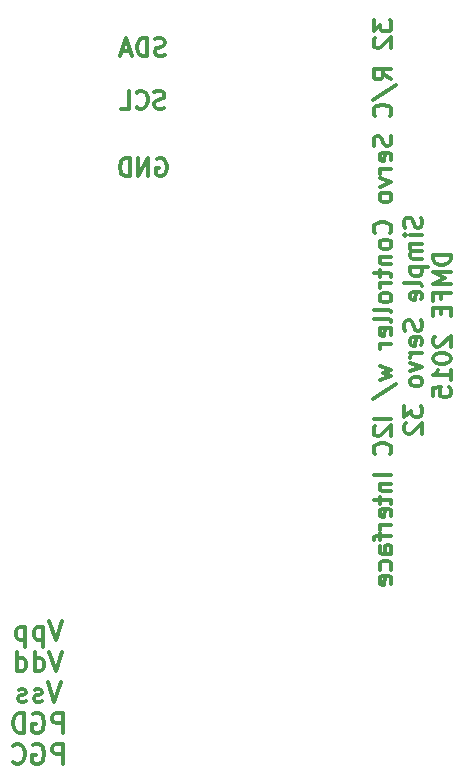
<source format=gbo>
G04 #@! TF.FileFunction,Legend,Bot*
%FSLAX46Y46*%
G04 Gerber Fmt 4.6, Leading zero omitted, Abs format (unit mm)*
G04 Created by KiCad (PCBNEW (2015-10-14 BZR 6269)-product) date Thursday, October 22, 2015 'PMt' 03:29:46 PM*
%MOMM*%
G01*
G04 APERTURE LIST*
%ADD10C,0.100000*%
%ADD11C,0.300000*%
%ADD12C,1.501140*%
%ADD13R,2.032000X1.727200*%
%ADD14O,2.032000X1.727200*%
%ADD15R,2.540000X2.540000*%
%ADD16C,2.540000*%
%ADD17O,2.300000X1.600000*%
G04 APERTURE END LIST*
D10*
D11*
X167453571Y-80211431D02*
X167453571Y-81140002D01*
X168025000Y-80640002D01*
X168025000Y-80854288D01*
X168096429Y-80997145D01*
X168167857Y-81068574D01*
X168310714Y-81140002D01*
X168667857Y-81140002D01*
X168810714Y-81068574D01*
X168882143Y-80997145D01*
X168953571Y-80854288D01*
X168953571Y-80425716D01*
X168882143Y-80282859D01*
X168810714Y-80211431D01*
X167596429Y-81711430D02*
X167525000Y-81782859D01*
X167453571Y-81925716D01*
X167453571Y-82282859D01*
X167525000Y-82425716D01*
X167596429Y-82497145D01*
X167739286Y-82568573D01*
X167882143Y-82568573D01*
X168096429Y-82497145D01*
X168953571Y-81640002D01*
X168953571Y-82568573D01*
X168953571Y-85211430D02*
X168239286Y-84711430D01*
X168953571Y-84354287D02*
X167453571Y-84354287D01*
X167453571Y-84925715D01*
X167525000Y-85068573D01*
X167596429Y-85140001D01*
X167739286Y-85211430D01*
X167953571Y-85211430D01*
X168096429Y-85140001D01*
X168167857Y-85068573D01*
X168239286Y-84925715D01*
X168239286Y-84354287D01*
X167382143Y-86925715D02*
X169310714Y-85640001D01*
X168810714Y-88282859D02*
X168882143Y-88211430D01*
X168953571Y-87997144D01*
X168953571Y-87854287D01*
X168882143Y-87640002D01*
X168739286Y-87497144D01*
X168596429Y-87425716D01*
X168310714Y-87354287D01*
X168096429Y-87354287D01*
X167810714Y-87425716D01*
X167667857Y-87497144D01*
X167525000Y-87640002D01*
X167453571Y-87854287D01*
X167453571Y-87997144D01*
X167525000Y-88211430D01*
X167596429Y-88282859D01*
X168882143Y-89997144D02*
X168953571Y-90211430D01*
X168953571Y-90568573D01*
X168882143Y-90711430D01*
X168810714Y-90782859D01*
X168667857Y-90854287D01*
X168525000Y-90854287D01*
X168382143Y-90782859D01*
X168310714Y-90711430D01*
X168239286Y-90568573D01*
X168167857Y-90282859D01*
X168096429Y-90140001D01*
X168025000Y-90068573D01*
X167882143Y-89997144D01*
X167739286Y-89997144D01*
X167596429Y-90068573D01*
X167525000Y-90140001D01*
X167453571Y-90282859D01*
X167453571Y-90640001D01*
X167525000Y-90854287D01*
X168882143Y-92068572D02*
X168953571Y-91925715D01*
X168953571Y-91640001D01*
X168882143Y-91497144D01*
X168739286Y-91425715D01*
X168167857Y-91425715D01*
X168025000Y-91497144D01*
X167953571Y-91640001D01*
X167953571Y-91925715D01*
X168025000Y-92068572D01*
X168167857Y-92140001D01*
X168310714Y-92140001D01*
X168453571Y-91425715D01*
X168953571Y-92782858D02*
X167953571Y-92782858D01*
X168239286Y-92782858D02*
X168096429Y-92854286D01*
X168025000Y-92925715D01*
X167953571Y-93068572D01*
X167953571Y-93211429D01*
X167953571Y-93568572D02*
X168953571Y-93925715D01*
X167953571Y-94282857D01*
X168953571Y-95068572D02*
X168882143Y-94925714D01*
X168810714Y-94854286D01*
X168667857Y-94782857D01*
X168239286Y-94782857D01*
X168096429Y-94854286D01*
X168025000Y-94925714D01*
X167953571Y-95068572D01*
X167953571Y-95282857D01*
X168025000Y-95425714D01*
X168096429Y-95497143D01*
X168239286Y-95568572D01*
X168667857Y-95568572D01*
X168810714Y-95497143D01*
X168882143Y-95425714D01*
X168953571Y-95282857D01*
X168953571Y-95068572D01*
X168810714Y-98211429D02*
X168882143Y-98140000D01*
X168953571Y-97925714D01*
X168953571Y-97782857D01*
X168882143Y-97568572D01*
X168739286Y-97425714D01*
X168596429Y-97354286D01*
X168310714Y-97282857D01*
X168096429Y-97282857D01*
X167810714Y-97354286D01*
X167667857Y-97425714D01*
X167525000Y-97568572D01*
X167453571Y-97782857D01*
X167453571Y-97925714D01*
X167525000Y-98140000D01*
X167596429Y-98211429D01*
X168953571Y-99068572D02*
X168882143Y-98925714D01*
X168810714Y-98854286D01*
X168667857Y-98782857D01*
X168239286Y-98782857D01*
X168096429Y-98854286D01*
X168025000Y-98925714D01*
X167953571Y-99068572D01*
X167953571Y-99282857D01*
X168025000Y-99425714D01*
X168096429Y-99497143D01*
X168239286Y-99568572D01*
X168667857Y-99568572D01*
X168810714Y-99497143D01*
X168882143Y-99425714D01*
X168953571Y-99282857D01*
X168953571Y-99068572D01*
X167953571Y-100211429D02*
X168953571Y-100211429D01*
X168096429Y-100211429D02*
X168025000Y-100282857D01*
X167953571Y-100425715D01*
X167953571Y-100640000D01*
X168025000Y-100782857D01*
X168167857Y-100854286D01*
X168953571Y-100854286D01*
X167953571Y-101354286D02*
X167953571Y-101925715D01*
X167453571Y-101568572D02*
X168739286Y-101568572D01*
X168882143Y-101640000D01*
X168953571Y-101782858D01*
X168953571Y-101925715D01*
X168953571Y-102425715D02*
X167953571Y-102425715D01*
X168239286Y-102425715D02*
X168096429Y-102497143D01*
X168025000Y-102568572D01*
X167953571Y-102711429D01*
X167953571Y-102854286D01*
X168953571Y-103568572D02*
X168882143Y-103425714D01*
X168810714Y-103354286D01*
X168667857Y-103282857D01*
X168239286Y-103282857D01*
X168096429Y-103354286D01*
X168025000Y-103425714D01*
X167953571Y-103568572D01*
X167953571Y-103782857D01*
X168025000Y-103925714D01*
X168096429Y-103997143D01*
X168239286Y-104068572D01*
X168667857Y-104068572D01*
X168810714Y-103997143D01*
X168882143Y-103925714D01*
X168953571Y-103782857D01*
X168953571Y-103568572D01*
X168953571Y-104925715D02*
X168882143Y-104782857D01*
X168739286Y-104711429D01*
X167453571Y-104711429D01*
X168953571Y-105711429D02*
X168882143Y-105568571D01*
X168739286Y-105497143D01*
X167453571Y-105497143D01*
X168882143Y-106854285D02*
X168953571Y-106711428D01*
X168953571Y-106425714D01*
X168882143Y-106282857D01*
X168739286Y-106211428D01*
X168167857Y-106211428D01*
X168025000Y-106282857D01*
X167953571Y-106425714D01*
X167953571Y-106711428D01*
X168025000Y-106854285D01*
X168167857Y-106925714D01*
X168310714Y-106925714D01*
X168453571Y-106211428D01*
X168953571Y-107568571D02*
X167953571Y-107568571D01*
X168239286Y-107568571D02*
X168096429Y-107639999D01*
X168025000Y-107711428D01*
X167953571Y-107854285D01*
X167953571Y-107997142D01*
X167953571Y-109497142D02*
X168953571Y-109782856D01*
X168239286Y-110068570D01*
X168953571Y-110354285D01*
X167953571Y-110639999D01*
X167382143Y-112282856D02*
X169310714Y-110997142D01*
X168953571Y-113925714D02*
X167453571Y-113925714D01*
X167596429Y-114568571D02*
X167525000Y-114640000D01*
X167453571Y-114782857D01*
X167453571Y-115140000D01*
X167525000Y-115282857D01*
X167596429Y-115354286D01*
X167739286Y-115425714D01*
X167882143Y-115425714D01*
X168096429Y-115354286D01*
X168953571Y-114497143D01*
X168953571Y-115425714D01*
X168810714Y-116925714D02*
X168882143Y-116854285D01*
X168953571Y-116639999D01*
X168953571Y-116497142D01*
X168882143Y-116282857D01*
X168739286Y-116139999D01*
X168596429Y-116068571D01*
X168310714Y-115997142D01*
X168096429Y-115997142D01*
X167810714Y-116068571D01*
X167667857Y-116139999D01*
X167525000Y-116282857D01*
X167453571Y-116497142D01*
X167453571Y-116639999D01*
X167525000Y-116854285D01*
X167596429Y-116925714D01*
X168953571Y-118711428D02*
X167453571Y-118711428D01*
X167953571Y-119425714D02*
X168953571Y-119425714D01*
X168096429Y-119425714D02*
X168025000Y-119497142D01*
X167953571Y-119640000D01*
X167953571Y-119854285D01*
X168025000Y-119997142D01*
X168167857Y-120068571D01*
X168953571Y-120068571D01*
X167953571Y-120568571D02*
X167953571Y-121140000D01*
X167453571Y-120782857D02*
X168739286Y-120782857D01*
X168882143Y-120854285D01*
X168953571Y-120997143D01*
X168953571Y-121140000D01*
X168882143Y-122211428D02*
X168953571Y-122068571D01*
X168953571Y-121782857D01*
X168882143Y-121640000D01*
X168739286Y-121568571D01*
X168167857Y-121568571D01*
X168025000Y-121640000D01*
X167953571Y-121782857D01*
X167953571Y-122068571D01*
X168025000Y-122211428D01*
X168167857Y-122282857D01*
X168310714Y-122282857D01*
X168453571Y-121568571D01*
X168953571Y-122925714D02*
X167953571Y-122925714D01*
X168239286Y-122925714D02*
X168096429Y-122997142D01*
X168025000Y-123068571D01*
X167953571Y-123211428D01*
X167953571Y-123354285D01*
X167953571Y-123639999D02*
X167953571Y-124211428D01*
X168953571Y-123854285D02*
X167667857Y-123854285D01*
X167525000Y-123925713D01*
X167453571Y-124068571D01*
X167453571Y-124211428D01*
X168953571Y-125354285D02*
X168167857Y-125354285D01*
X168025000Y-125282856D01*
X167953571Y-125139999D01*
X167953571Y-124854285D01*
X168025000Y-124711428D01*
X168882143Y-125354285D02*
X168953571Y-125211428D01*
X168953571Y-124854285D01*
X168882143Y-124711428D01*
X168739286Y-124639999D01*
X168596429Y-124639999D01*
X168453571Y-124711428D01*
X168382143Y-124854285D01*
X168382143Y-125211428D01*
X168310714Y-125354285D01*
X168882143Y-126711428D02*
X168953571Y-126568571D01*
X168953571Y-126282857D01*
X168882143Y-126139999D01*
X168810714Y-126068571D01*
X168667857Y-125997142D01*
X168239286Y-125997142D01*
X168096429Y-126068571D01*
X168025000Y-126139999D01*
X167953571Y-126282857D01*
X167953571Y-126568571D01*
X168025000Y-126711428D01*
X168882143Y-127925713D02*
X168953571Y-127782856D01*
X168953571Y-127497142D01*
X168882143Y-127354285D01*
X168739286Y-127282856D01*
X168167857Y-127282856D01*
X168025000Y-127354285D01*
X167953571Y-127497142D01*
X167953571Y-127782856D01*
X168025000Y-127925713D01*
X168167857Y-127997142D01*
X168310714Y-127997142D01*
X168453571Y-127282856D01*
X141109095Y-131033081D02*
X140558762Y-132684081D01*
X140008428Y-131033081D01*
X139458095Y-131583414D02*
X139458095Y-133234414D01*
X139458095Y-131662033D02*
X139300857Y-131583414D01*
X138986380Y-131583414D01*
X138829142Y-131662033D01*
X138750523Y-131740652D01*
X138671904Y-131897890D01*
X138671904Y-132369605D01*
X138750523Y-132526843D01*
X138829142Y-132605462D01*
X138986380Y-132684081D01*
X139300857Y-132684081D01*
X139458095Y-132605462D01*
X137964333Y-131583414D02*
X137964333Y-133234414D01*
X137964333Y-131662033D02*
X137807095Y-131583414D01*
X137492618Y-131583414D01*
X137335380Y-131662033D01*
X137256761Y-131740652D01*
X137178142Y-131897890D01*
X137178142Y-132369605D01*
X137256761Y-132526843D01*
X137335380Y-132605462D01*
X137492618Y-132684081D01*
X137807095Y-132684081D01*
X137964333Y-132605462D01*
X141109095Y-133644481D02*
X140558762Y-135295481D01*
X140008428Y-133644481D01*
X138750523Y-135295481D02*
X138750523Y-133644481D01*
X138750523Y-135216862D02*
X138907761Y-135295481D01*
X139222238Y-135295481D01*
X139379476Y-135216862D01*
X139458095Y-135138243D01*
X139536714Y-134981005D01*
X139536714Y-134509290D01*
X139458095Y-134352052D01*
X139379476Y-134273433D01*
X139222238Y-134194814D01*
X138907761Y-134194814D01*
X138750523Y-134273433D01*
X137256761Y-135295481D02*
X137256761Y-133644481D01*
X137256761Y-135216862D02*
X137413999Y-135295481D01*
X137728476Y-135295481D01*
X137885714Y-135216862D01*
X137964333Y-135138243D01*
X138042952Y-134981005D01*
X138042952Y-134509290D01*
X137964333Y-134352052D01*
X137885714Y-134273433D01*
X137728476Y-134194814D01*
X137413999Y-134194814D01*
X137256761Y-134273433D01*
X140951857Y-136255881D02*
X140401524Y-137906881D01*
X139851190Y-136255881D01*
X139379476Y-137828262D02*
X139222238Y-137906881D01*
X138907762Y-137906881D01*
X138750523Y-137828262D01*
X138671904Y-137671024D01*
X138671904Y-137592405D01*
X138750523Y-137435167D01*
X138907762Y-137356548D01*
X139143619Y-137356548D01*
X139300857Y-137277929D01*
X139379476Y-137120690D01*
X139379476Y-137042071D01*
X139300857Y-136884833D01*
X139143619Y-136806214D01*
X138907762Y-136806214D01*
X138750523Y-136884833D01*
X138042952Y-137828262D02*
X137885714Y-137906881D01*
X137571238Y-137906881D01*
X137413999Y-137828262D01*
X137335380Y-137671024D01*
X137335380Y-137592405D01*
X137413999Y-137435167D01*
X137571238Y-137356548D01*
X137807095Y-137356548D01*
X137964333Y-137277929D01*
X138042952Y-137120690D01*
X138042952Y-137042071D01*
X137964333Y-136884833D01*
X137807095Y-136806214D01*
X137571238Y-136806214D01*
X137413999Y-136884833D01*
X141148405Y-140518281D02*
X141148405Y-138867281D01*
X140519452Y-138867281D01*
X140362214Y-138945900D01*
X140283595Y-139024519D01*
X140204976Y-139181757D01*
X140204976Y-139417614D01*
X140283595Y-139574852D01*
X140362214Y-139653471D01*
X140519452Y-139732090D01*
X141148405Y-139732090D01*
X138632595Y-138945900D02*
X138789833Y-138867281D01*
X139025690Y-138867281D01*
X139261548Y-138945900D01*
X139418786Y-139103138D01*
X139497405Y-139260376D01*
X139576024Y-139574852D01*
X139576024Y-139810710D01*
X139497405Y-140125186D01*
X139418786Y-140282424D01*
X139261548Y-140439662D01*
X139025690Y-140518281D01*
X138868452Y-140518281D01*
X138632595Y-140439662D01*
X138553976Y-140361043D01*
X138553976Y-139810710D01*
X138868452Y-139810710D01*
X137846405Y-140518281D02*
X137846405Y-138867281D01*
X137453310Y-138867281D01*
X137217452Y-138945900D01*
X137060214Y-139103138D01*
X136981595Y-139260376D01*
X136902976Y-139574852D01*
X136902976Y-139810710D01*
X136981595Y-140125186D01*
X137060214Y-140282424D01*
X137217452Y-140439662D01*
X137453310Y-140518281D01*
X137846405Y-140518281D01*
X141148405Y-143129681D02*
X141148405Y-141478681D01*
X140519452Y-141478681D01*
X140362214Y-141557300D01*
X140283595Y-141635919D01*
X140204976Y-141793157D01*
X140204976Y-142029014D01*
X140283595Y-142186252D01*
X140362214Y-142264871D01*
X140519452Y-142343490D01*
X141148405Y-142343490D01*
X138632595Y-141557300D02*
X138789833Y-141478681D01*
X139025690Y-141478681D01*
X139261548Y-141557300D01*
X139418786Y-141714538D01*
X139497405Y-141871776D01*
X139576024Y-142186252D01*
X139576024Y-142422110D01*
X139497405Y-142736586D01*
X139418786Y-142893824D01*
X139261548Y-143051062D01*
X139025690Y-143129681D01*
X138868452Y-143129681D01*
X138632595Y-143051062D01*
X138553976Y-142972443D01*
X138553976Y-142422110D01*
X138868452Y-142422110D01*
X136902976Y-142972443D02*
X136981595Y-143051062D01*
X137217452Y-143129681D01*
X137374690Y-143129681D01*
X137610548Y-143051062D01*
X137767786Y-142893824D01*
X137846405Y-142736586D01*
X137925024Y-142422110D01*
X137925024Y-142186252D01*
X137846405Y-141871776D01*
X137767786Y-141714538D01*
X137610548Y-141557300D01*
X137374690Y-141478681D01*
X137217452Y-141478681D01*
X136981595Y-141557300D01*
X136902976Y-141635919D01*
X149097857Y-91960000D02*
X149240714Y-91888571D01*
X149455000Y-91888571D01*
X149669285Y-91960000D01*
X149812143Y-92102857D01*
X149883571Y-92245714D01*
X149955000Y-92531429D01*
X149955000Y-92745714D01*
X149883571Y-93031429D01*
X149812143Y-93174286D01*
X149669285Y-93317143D01*
X149455000Y-93388571D01*
X149312143Y-93388571D01*
X149097857Y-93317143D01*
X149026428Y-93245714D01*
X149026428Y-92745714D01*
X149312143Y-92745714D01*
X148383571Y-93388571D02*
X148383571Y-91888571D01*
X147526428Y-93388571D01*
X147526428Y-91888571D01*
X146812142Y-93388571D02*
X146812142Y-91888571D01*
X146454999Y-91888571D01*
X146240714Y-91960000D01*
X146097856Y-92102857D01*
X146026428Y-92245714D01*
X145954999Y-92531429D01*
X145954999Y-92745714D01*
X146026428Y-93031429D01*
X146097856Y-93174286D01*
X146240714Y-93317143D01*
X146454999Y-93388571D01*
X146812142Y-93388571D01*
X149740714Y-87602143D02*
X149526428Y-87673571D01*
X149169285Y-87673571D01*
X149026428Y-87602143D01*
X148954999Y-87530714D01*
X148883571Y-87387857D01*
X148883571Y-87245000D01*
X148954999Y-87102143D01*
X149026428Y-87030714D01*
X149169285Y-86959286D01*
X149454999Y-86887857D01*
X149597857Y-86816429D01*
X149669285Y-86745000D01*
X149740714Y-86602143D01*
X149740714Y-86459286D01*
X149669285Y-86316429D01*
X149597857Y-86245000D01*
X149454999Y-86173571D01*
X149097857Y-86173571D01*
X148883571Y-86245000D01*
X147383571Y-87530714D02*
X147455000Y-87602143D01*
X147669286Y-87673571D01*
X147812143Y-87673571D01*
X148026428Y-87602143D01*
X148169286Y-87459286D01*
X148240714Y-87316429D01*
X148312143Y-87030714D01*
X148312143Y-86816429D01*
X148240714Y-86530714D01*
X148169286Y-86387857D01*
X148026428Y-86245000D01*
X147812143Y-86173571D01*
X147669286Y-86173571D01*
X147455000Y-86245000D01*
X147383571Y-86316429D01*
X146026428Y-87673571D02*
X146740714Y-87673571D01*
X146740714Y-86173571D01*
X149776428Y-83157143D02*
X149562142Y-83228571D01*
X149204999Y-83228571D01*
X149062142Y-83157143D01*
X148990713Y-83085714D01*
X148919285Y-82942857D01*
X148919285Y-82800000D01*
X148990713Y-82657143D01*
X149062142Y-82585714D01*
X149204999Y-82514286D01*
X149490713Y-82442857D01*
X149633571Y-82371429D01*
X149704999Y-82300000D01*
X149776428Y-82157143D01*
X149776428Y-82014286D01*
X149704999Y-81871429D01*
X149633571Y-81800000D01*
X149490713Y-81728571D01*
X149133571Y-81728571D01*
X148919285Y-81800000D01*
X148276428Y-83228571D02*
X148276428Y-81728571D01*
X147919285Y-81728571D01*
X147705000Y-81800000D01*
X147562142Y-81942857D01*
X147490714Y-82085714D01*
X147419285Y-82371429D01*
X147419285Y-82585714D01*
X147490714Y-82871429D01*
X147562142Y-83014286D01*
X147705000Y-83157143D01*
X147919285Y-83228571D01*
X148276428Y-83228571D01*
X146847857Y-82800000D02*
X146133571Y-82800000D01*
X146990714Y-83228571D02*
X146490714Y-81728571D01*
X145990714Y-83228571D01*
X171492143Y-96902144D02*
X171563571Y-97116430D01*
X171563571Y-97473573D01*
X171492143Y-97616430D01*
X171420714Y-97687859D01*
X171277857Y-97759287D01*
X171135000Y-97759287D01*
X170992143Y-97687859D01*
X170920714Y-97616430D01*
X170849286Y-97473573D01*
X170777857Y-97187859D01*
X170706429Y-97045001D01*
X170635000Y-96973573D01*
X170492143Y-96902144D01*
X170349286Y-96902144D01*
X170206429Y-96973573D01*
X170135000Y-97045001D01*
X170063571Y-97187859D01*
X170063571Y-97545001D01*
X170135000Y-97759287D01*
X171563571Y-98402144D02*
X170563571Y-98402144D01*
X170063571Y-98402144D02*
X170135000Y-98330715D01*
X170206429Y-98402144D01*
X170135000Y-98473572D01*
X170063571Y-98402144D01*
X170206429Y-98402144D01*
X171563571Y-99116430D02*
X170563571Y-99116430D01*
X170706429Y-99116430D02*
X170635000Y-99187858D01*
X170563571Y-99330716D01*
X170563571Y-99545001D01*
X170635000Y-99687858D01*
X170777857Y-99759287D01*
X171563571Y-99759287D01*
X170777857Y-99759287D02*
X170635000Y-99830716D01*
X170563571Y-99973573D01*
X170563571Y-100187858D01*
X170635000Y-100330716D01*
X170777857Y-100402144D01*
X171563571Y-100402144D01*
X170563571Y-101116430D02*
X172063571Y-101116430D01*
X170635000Y-101116430D02*
X170563571Y-101259287D01*
X170563571Y-101545001D01*
X170635000Y-101687858D01*
X170706429Y-101759287D01*
X170849286Y-101830716D01*
X171277857Y-101830716D01*
X171420714Y-101759287D01*
X171492143Y-101687858D01*
X171563571Y-101545001D01*
X171563571Y-101259287D01*
X171492143Y-101116430D01*
X171563571Y-102687859D02*
X171492143Y-102545001D01*
X171349286Y-102473573D01*
X170063571Y-102473573D01*
X171492143Y-103830715D02*
X171563571Y-103687858D01*
X171563571Y-103402144D01*
X171492143Y-103259287D01*
X171349286Y-103187858D01*
X170777857Y-103187858D01*
X170635000Y-103259287D01*
X170563571Y-103402144D01*
X170563571Y-103687858D01*
X170635000Y-103830715D01*
X170777857Y-103902144D01*
X170920714Y-103902144D01*
X171063571Y-103187858D01*
X171492143Y-105616429D02*
X171563571Y-105830715D01*
X171563571Y-106187858D01*
X171492143Y-106330715D01*
X171420714Y-106402144D01*
X171277857Y-106473572D01*
X171135000Y-106473572D01*
X170992143Y-106402144D01*
X170920714Y-106330715D01*
X170849286Y-106187858D01*
X170777857Y-105902144D01*
X170706429Y-105759286D01*
X170635000Y-105687858D01*
X170492143Y-105616429D01*
X170349286Y-105616429D01*
X170206429Y-105687858D01*
X170135000Y-105759286D01*
X170063571Y-105902144D01*
X170063571Y-106259286D01*
X170135000Y-106473572D01*
X171492143Y-107687857D02*
X171563571Y-107545000D01*
X171563571Y-107259286D01*
X171492143Y-107116429D01*
X171349286Y-107045000D01*
X170777857Y-107045000D01*
X170635000Y-107116429D01*
X170563571Y-107259286D01*
X170563571Y-107545000D01*
X170635000Y-107687857D01*
X170777857Y-107759286D01*
X170920714Y-107759286D01*
X171063571Y-107045000D01*
X171563571Y-108402143D02*
X170563571Y-108402143D01*
X170849286Y-108402143D02*
X170706429Y-108473571D01*
X170635000Y-108545000D01*
X170563571Y-108687857D01*
X170563571Y-108830714D01*
X170563571Y-109187857D02*
X171563571Y-109545000D01*
X170563571Y-109902142D01*
X171563571Y-110687857D02*
X171492143Y-110544999D01*
X171420714Y-110473571D01*
X171277857Y-110402142D01*
X170849286Y-110402142D01*
X170706429Y-110473571D01*
X170635000Y-110544999D01*
X170563571Y-110687857D01*
X170563571Y-110902142D01*
X170635000Y-111044999D01*
X170706429Y-111116428D01*
X170849286Y-111187857D01*
X171277857Y-111187857D01*
X171420714Y-111116428D01*
X171492143Y-111044999D01*
X171563571Y-110902142D01*
X171563571Y-110687857D01*
X170063571Y-112830714D02*
X170063571Y-113759285D01*
X170635000Y-113259285D01*
X170635000Y-113473571D01*
X170706429Y-113616428D01*
X170777857Y-113687857D01*
X170920714Y-113759285D01*
X171277857Y-113759285D01*
X171420714Y-113687857D01*
X171492143Y-113616428D01*
X171563571Y-113473571D01*
X171563571Y-113044999D01*
X171492143Y-112902142D01*
X171420714Y-112830714D01*
X170206429Y-114330713D02*
X170135000Y-114402142D01*
X170063571Y-114544999D01*
X170063571Y-114902142D01*
X170135000Y-115044999D01*
X170206429Y-115116428D01*
X170349286Y-115187856D01*
X170492143Y-115187856D01*
X170706429Y-115116428D01*
X171563571Y-114259285D01*
X171563571Y-115187856D01*
X173963571Y-100045001D02*
X172463571Y-100045001D01*
X172463571Y-100402144D01*
X172535000Y-100616429D01*
X172677857Y-100759287D01*
X172820714Y-100830715D01*
X173106429Y-100902144D01*
X173320714Y-100902144D01*
X173606429Y-100830715D01*
X173749286Y-100759287D01*
X173892143Y-100616429D01*
X173963571Y-100402144D01*
X173963571Y-100045001D01*
X173963571Y-101545001D02*
X172463571Y-101545001D01*
X173535000Y-102045001D01*
X172463571Y-102545001D01*
X173963571Y-102545001D01*
X173177857Y-103759287D02*
X173177857Y-103259287D01*
X173963571Y-103259287D02*
X172463571Y-103259287D01*
X172463571Y-103973573D01*
X173177857Y-104545001D02*
X173177857Y-105045001D01*
X173963571Y-105259287D02*
X173963571Y-104545001D01*
X172463571Y-104545001D01*
X172463571Y-105259287D01*
X172606429Y-106973572D02*
X172535000Y-107045001D01*
X172463571Y-107187858D01*
X172463571Y-107545001D01*
X172535000Y-107687858D01*
X172606429Y-107759287D01*
X172749286Y-107830715D01*
X172892143Y-107830715D01*
X173106429Y-107759287D01*
X173963571Y-106902144D01*
X173963571Y-107830715D01*
X172463571Y-108759286D02*
X172463571Y-108902143D01*
X172535000Y-109045000D01*
X172606429Y-109116429D01*
X172749286Y-109187858D01*
X173035000Y-109259286D01*
X173392143Y-109259286D01*
X173677857Y-109187858D01*
X173820714Y-109116429D01*
X173892143Y-109045000D01*
X173963571Y-108902143D01*
X173963571Y-108759286D01*
X173892143Y-108616429D01*
X173820714Y-108545000D01*
X173677857Y-108473572D01*
X173392143Y-108402143D01*
X173035000Y-108402143D01*
X172749286Y-108473572D01*
X172606429Y-108545000D01*
X172535000Y-108616429D01*
X172463571Y-108759286D01*
X173963571Y-110687857D02*
X173963571Y-109830714D01*
X173963571Y-110259286D02*
X172463571Y-110259286D01*
X172677857Y-110116429D01*
X172820714Y-109973571D01*
X172892143Y-109830714D01*
X172463571Y-112045000D02*
X172463571Y-111330714D01*
X173177857Y-111259285D01*
X173106429Y-111330714D01*
X173035000Y-111473571D01*
X173035000Y-111830714D01*
X173106429Y-111973571D01*
X173177857Y-112045000D01*
X173320714Y-112116428D01*
X173677857Y-112116428D01*
X173820714Y-112045000D01*
X173892143Y-111973571D01*
X173963571Y-111830714D01*
X173963571Y-111473571D01*
X173892143Y-111330714D01*
X173820714Y-111259285D01*
%LPC*%
D12*
X152400000Y-67945000D03*
X152400000Y-62865000D03*
X149225000Y-98425000D03*
X146685000Y-98425000D03*
D13*
X177800000Y-62230000D03*
D14*
X177800000Y-64770000D03*
X177800000Y-67310000D03*
X177800000Y-69850000D03*
X177800000Y-72390000D03*
X177800000Y-74930000D03*
X177800000Y-77470000D03*
X177800000Y-80010000D03*
D13*
X180340000Y-62230000D03*
D14*
X180340000Y-64770000D03*
X180340000Y-67310000D03*
X180340000Y-69850000D03*
X180340000Y-72390000D03*
X180340000Y-74930000D03*
X180340000Y-77470000D03*
X180340000Y-80010000D03*
D13*
X182880000Y-62230000D03*
D14*
X182880000Y-64770000D03*
X182880000Y-67310000D03*
X182880000Y-69850000D03*
X182880000Y-72390000D03*
X182880000Y-74930000D03*
X182880000Y-77470000D03*
X182880000Y-80010000D03*
D13*
X177800000Y-86360000D03*
D14*
X177800000Y-88900000D03*
X177800000Y-91440000D03*
X177800000Y-93980000D03*
X177800000Y-96520000D03*
X177800000Y-99060000D03*
X177800000Y-101600000D03*
X177800000Y-104140000D03*
D13*
X180340000Y-86360000D03*
D14*
X180340000Y-88900000D03*
X180340000Y-91440000D03*
X180340000Y-93980000D03*
X180340000Y-96520000D03*
X180340000Y-99060000D03*
X180340000Y-101600000D03*
X180340000Y-104140000D03*
D13*
X182880000Y-86360000D03*
D14*
X182880000Y-88900000D03*
X182880000Y-91440000D03*
X182880000Y-93980000D03*
X182880000Y-96520000D03*
X182880000Y-99060000D03*
X182880000Y-101600000D03*
X182880000Y-104140000D03*
D13*
X177800000Y-110490000D03*
D14*
X177800000Y-113030000D03*
X177800000Y-115570000D03*
X177800000Y-118110000D03*
X177800000Y-120650000D03*
X177800000Y-123190000D03*
X177800000Y-125730000D03*
X177800000Y-128270000D03*
D13*
X180340000Y-110490000D03*
D14*
X180340000Y-113030000D03*
X180340000Y-115570000D03*
X180340000Y-118110000D03*
X180340000Y-120650000D03*
X180340000Y-123190000D03*
X180340000Y-125730000D03*
X180340000Y-128270000D03*
D13*
X182880000Y-110490000D03*
D14*
X182880000Y-113030000D03*
X182880000Y-115570000D03*
X182880000Y-118110000D03*
X182880000Y-120650000D03*
X182880000Y-123190000D03*
X182880000Y-125730000D03*
X182880000Y-128270000D03*
D13*
X177800000Y-134620000D03*
D14*
X177800000Y-137160000D03*
X177800000Y-139700000D03*
X177800000Y-142240000D03*
X177800000Y-144780000D03*
X177800000Y-147320000D03*
X177800000Y-149860000D03*
X177800000Y-152400000D03*
D13*
X180340000Y-134620000D03*
D14*
X180340000Y-137160000D03*
X180340000Y-139700000D03*
X180340000Y-142240000D03*
X180340000Y-144780000D03*
X180340000Y-147320000D03*
X180340000Y-149860000D03*
X180340000Y-152400000D03*
D13*
X182880000Y-134620000D03*
D14*
X182880000Y-137160000D03*
X182880000Y-139700000D03*
X182880000Y-142240000D03*
X182880000Y-144780000D03*
X182880000Y-147320000D03*
X182880000Y-149860000D03*
X182880000Y-152400000D03*
D15*
X140970000Y-70485000D03*
D16*
X140970000Y-75565000D03*
D15*
X140970000Y-82550000D03*
D16*
X140970000Y-87630000D03*
X140970000Y-92710000D03*
D13*
X143510000Y-132080000D03*
D14*
X143510000Y-134620000D03*
X143510000Y-137160000D03*
X143510000Y-139700000D03*
X143510000Y-142240000D03*
D17*
X147955000Y-128905000D03*
X147955000Y-131445000D03*
X147955000Y-133985000D03*
X147955000Y-136525000D03*
X147955000Y-139065000D03*
X147955000Y-141605000D03*
X147955000Y-144145000D03*
X147955000Y-146685000D03*
X147955000Y-149225000D03*
X155575000Y-149225000D03*
X155575000Y-146685000D03*
X155575000Y-144145000D03*
X155575000Y-141605000D03*
X155575000Y-139065000D03*
X155575000Y-136525000D03*
X155575000Y-133985000D03*
X155575000Y-131445000D03*
X155575000Y-128905000D03*
M02*

</source>
